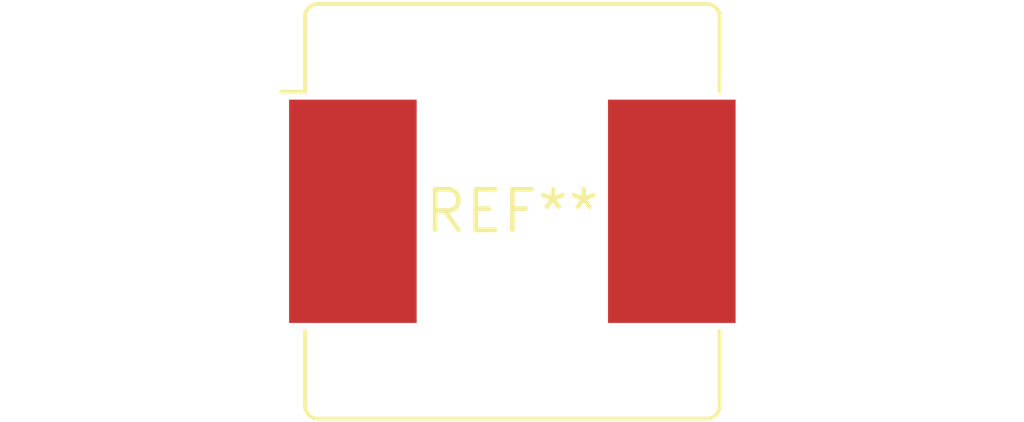
<source format=kicad_pcb>
(kicad_pcb (version 20240108) (generator pcbnew)
  (layers (0 "F.Cu" signal) (31 "B.Cu" signal) (34 "B.Paste" user) (35 "F.Paste" user) (36 "B.SilkS" user "B.Silkscreen") (37 "F.SilkS" user "F.Silkscreen") (38 "B.Mask" user) (39 "F.Mask" user) (44 "Edge.Cuts" user))
  (net 0 "")
  (footprint "L_Bourns_SRR1208_12.7x12.7mm" (layer "F.Cu") (at 0 0)
    (property "Reference" "REF**")
    (property "Value" "L_Bourns_SRR1208_12.7x12.7mm")
    (fp_line (start -6.5 -6.1) (end -6.5 -3.75) (layer "F.SilkS") (stroke (width 0.12)))
    (fp_line (start -6.5 -3.75) (end -7.25 -3.75) (layer "F.SilkS") (stroke (width 0.12)))
    (fp_line (start -6.5 3.75) (end -6.5 6.1) (layer "F.SilkS") (stroke (width 0.12)))
    (fp_line (start -6.1 -6.5) (end 6.1 -6.5) (layer "F.SilkS") (stroke (width 0.12)))
    (fp_line (start 6.1 6.5) (end -6.1 6.5) (layer "F.SilkS") (stroke (width 0.12)))
    (fp_line (start 6.5 -6.1) (end 6.5 -3.75) (layer "F.SilkS") (stroke (width 0.12)))
    (fp_line (start 6.5 3.75) (end 6.5 6.1) (layer "F.SilkS") (stroke (width 0.12)))
    (fp_arc (start -6.5 -6.1) (mid -6.382843 -6.382843) (end -6.1 -6.5) (layer "F.SilkS") (stroke (width 0.12)))
    (fp_arc (start -6.1 6.5) (mid -6.382843 6.382843) (end -6.5 6.1) (layer "F.SilkS") (stroke (width 0.12)))
    (fp_arc (start 6.1 -6.5) (mid 6.382843 -6.382843) (end 6.5 -6.1) (layer "F.SilkS") (stroke (width 0.12)))
    (fp_arc (start 6.5 6.1) (mid 6.382843 6.382843) (end 6.1 6.5) (layer "F.SilkS") (stroke (width 0.12)))
    (pad "1" smd rect (at -5 0) (size 4 7) (layers "F.Cu" "F.Paste" "F.Mask"))
    (pad "2" smd rect (at 5 0) (size 4 7) (layers "F.Cu" "F.Paste" "F.Mask"))
  )
)
</source>
